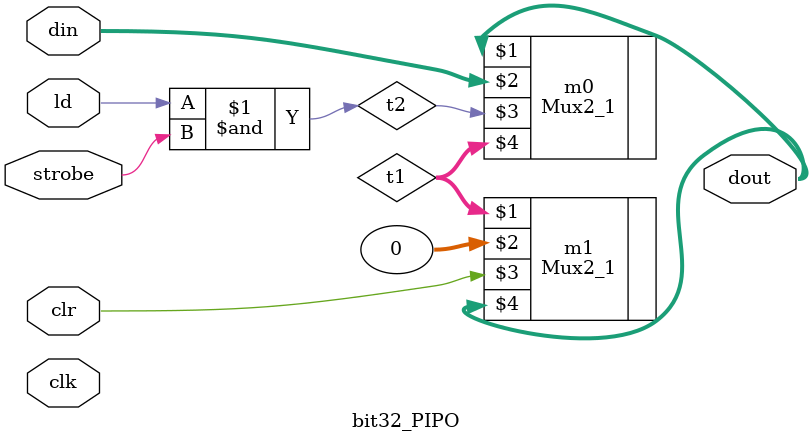
<source format=v>
`timescale 1ns / 1ps


module bit32_PIPO(output reg [31:0] dout,input wire [31:0] din,input wire ld,input wire clr,input wire clk,input wire strobe);
wire [31:0] t1;
wire t2;
and a0(t2,ld,strobe);
Mux2_1 m0(dout,din,t2,t1);
Mux2_1 m1(t1,32'b0,clr,dout);
endmodule

</source>
